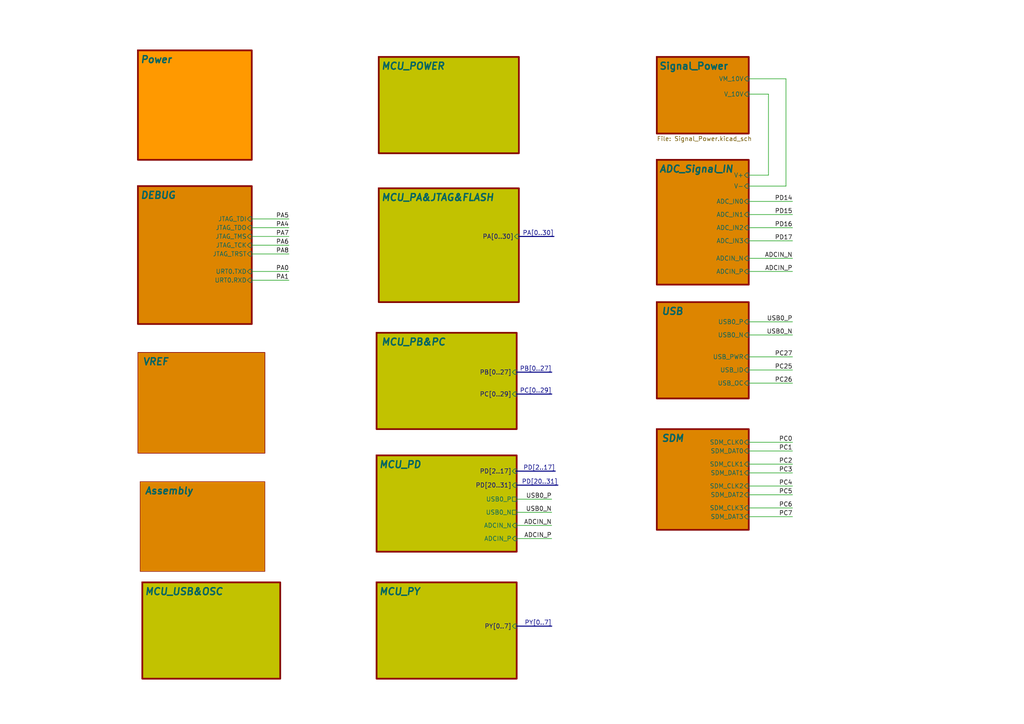
<source format=kicad_sch>
(kicad_sch (version 20230121) (generator eeschema)
  (paper "A4")
  (title_block (title "HPM600EVK_RevA") (date "2024-02-12") (rev "RevA") (comment 1 "MAINENTRY"))
  (lib_symbols)
  (wire (pts (xy 217.17 62.23) (xy 229.87 62.23)))
  (wire (pts (xy 217.17 103.505) (xy 229.87 103.505)))
  (wire (pts (xy 149.86 156.21) (xy 160.02 156.21)))
  (wire (pts (xy 227.965 22.86) (xy 217.17 22.86)))
  (wire (pts (xy 217.17 69.85) (xy 229.87 69.85)))
  (wire (pts (xy 217.17 137.16) (xy 229.87 137.16)))
  (wire (pts (xy 217.17 134.62) (xy 229.87 134.62)))
  (wire (pts (xy 217.17 140.97) (xy 229.87 140.97)))
  (wire (pts (xy 217.17 130.81) (xy 229.87 130.81)))
  (wire (pts (xy 73.025 66.04) (xy 83.82 66.04)))
  (wire (pts (xy 73.025 63.5) (xy 83.82 63.5)))
  (wire (pts (xy 73.025 78.74) (xy 83.82 78.74)))
  (wire (pts (xy 217.17 78.74) (xy 229.87 78.74)))
  (wire (pts (xy 217.17 74.93) (xy 229.87 74.93)))
  (wire (pts (xy 73.025 68.58) (xy 83.82 68.58)))
  (wire (pts (xy 217.17 143.51) (xy 229.87 143.51)))
  (bus (pts (xy 149.86 107.95) (xy 160.02 107.95)))
  (wire (pts (xy 217.17 27.305) (xy 222.885 27.305)))
  (wire (pts (xy 149.86 144.78) (xy 160.02 144.78)))
  (wire (pts (xy 73.025 73.66) (xy 83.82 73.66)))
  (wire (pts (xy 217.17 111.125) (xy 229.87 111.125)))
  (wire (pts (xy 217.17 149.86) (xy 229.87 149.86)))
  (wire (pts (xy 217.17 147.32) (xy 229.87 147.32)))
  (wire (pts (xy 217.17 58.42) (xy 229.87 58.42)))
  (bus (pts (xy 149.86 140.716) (xy 161.798 140.716)))
  (bus (pts (xy 150.495 68.58) (xy 160.655 68.58)))
  (wire (pts (xy 217.17 66.04) (xy 229.87 66.04)))
  (wire (pts (xy 222.885 50.8) (xy 217.17 50.8)))
  (wire (pts (xy 73.025 81.28) (xy 83.82 81.28)))
  (wire (pts (xy 227.965 53.975) (xy 227.965 22.86)))
  (wire (pts (xy 217.17 107.315) (xy 229.87 107.315)))
  (wire (pts (xy 229.87 93.345) (xy 217.17 93.345)))
  (wire (pts (xy 222.885 27.305) (xy 222.885 50.8)))
  (wire (pts (xy 149.86 152.4) (xy 160.02 152.4)))
  (wire (pts (xy 149.86 148.59) (xy 160.02 148.59)))
  (wire (pts (xy 217.17 53.975) (xy 227.965 53.975)))
  (wire (pts (xy 229.87 97.155) (xy 217.17 97.155)))
  (bus (pts (xy 149.86 181.61) (xy 160.02 181.61)))
  (wire (pts (xy 217.17 128.27) (xy 229.87 128.27)))
  (bus (pts (xy 149.606 136.652) (xy 161.036 136.652)))
  (bus (pts (xy 149.86 114.3) (xy 160.02 114.3)))
  (wire (pts (xy 73.025 71.12) (xy 83.82 71.12)))
  (label "PC6" (at 229.87 147.32 180))
  (label "PD14" (at 229.87 58.42 180))
  (label "PD17" (at 229.87 69.85 180))
  (label "USB0_N" (at 229.87 97.155 180))
  (label "PA7" (at 83.82 68.58 180))
  (label "PC26" (at 229.87 111.125 180))
  (label "PC[0..29]" (at 160.02 114.3 180))
  (label "PA6" (at 83.82 71.12 180))
  (label "PD15" (at 229.87 62.23 180))
  (label "PA1" (at 83.82 81.28 180))
  (label "PC3" (at 229.87 137.16 180))
  (label "PB[0..27]" (at 160.02 107.95 180))
  (label "ADCIN_N" (at 160.02 152.4 180))
  (label "PD[20..31]" (at 161.798 140.716 180))
  (label "PA[0..30]" (at 160.655 68.58 180))
  (label "PA8" (at 83.82 73.66 180))
  (label "ADCIN_P" (at 229.87 78.74 180))
  (label "PD16" (at 229.87 66.04 180))
  (label "PC5" (at 229.87 143.51 180))
  (label "PC4" (at 229.87 140.97 180))
  (label "PC27" (at 229.87 103.505 180))
  (label "PC1" (at 229.87 130.81 180))
  (label "PC25" (at 229.87 107.315 180))
  (label "ADCIN_P" (at 160.02 156.21 180))
  (label "PY[0..7]" (at 160.02 181.61 180))
  (label "PC2" (at 229.87 134.62 180))
  (label "PA4" (at 83.82 66.04 180))
  (label "PC7" (at 229.87 149.86 180))
  (label "USB0_P" (at 229.87 93.345 180))
  (label "USB0_P" (at 160.02 144.78 180))
  (label "ADCIN_N" (at 229.87 74.93 180))
  (label "PA5" (at 83.82 63.5 180))
  (label "PC0" (at 229.87 128.27 180))
  (label "PD[2..17]" (at 161.036 136.652 180))
  (label "PA0" (at 83.82 78.74 180))
  (label "USB0_N" (at 160.02 148.59 180))
  (sheet (at 40.64 139.7) (size 36.195 26.035) (stroke (width 0.1524)) (fill (color 221 133 0 1.0000))
    (property "Sheetname" "Assembly" (at 41.91 143.51 0) (effects (font (size 2 2) bold italic) (justify left bottom)))
    (property "Sheetfile" "Assembly.kicad_sch" (effects hide))
  )
  (sheet (at 190.5 87.63) (size 26.67 27.94) (stroke (width 0.5)) (fill (color 221 133 0 1.0000))
    (property "Sheetname" "USB" (at 191.77 91.44 0) (effects (font (size 2 2) bold italic) (justify left bottom)))
    (property "Sheetfile" "USB.kicad_sch" (effects hide))
    (pin "USB_OC" input (at 217.17 111.125 0))
    (pin "USB0_P" input (at 217.17 93.345 0))
    (pin "USB0_N" input (at 217.17 97.155 0))
    (pin "USB_ID" input (at 217.17 107.315 0))
    (pin "USB_PWR" input (at 217.17 103.505 0))
  )
  (sheet (at 40.005 14.605) (size 33.02 31.75) (stroke (width 0.5)) (fill (color 255 153 0 1.0000))
    (property "Sheetname" "Power" (at 40.64 18.415 0) (effects (font (size 2 2) bold italic) (justify left bottom)))
    (property "Sheetfile" "Power.kicad_sch" (effects hide))
  )
  (sheet (at 109.855 16.51) (size 40.64 27.94) (stroke (width 0.5)) (fill (color 194 194 0 1.0000))
    (property "Sheetname" "MCU_POWER" (at 110.49 20.32 0) (effects (font (size 2 2) bold italic) (justify left bottom)))
    (property "Sheetfile" "MCU_POWER.kicad_sch" (effects hide))
  )
  (sheet (at 109.22 168.91) (size 40.64 27.94) (stroke (width 0.5)) (fill (color 194 194 0 1.0000))
    (property "Sheetname" "MCU_PY" (at 109.855 172.72 0) (effects (font (size 2 2) bold italic) (justify left bottom)))
    (property "Sheetfile" "MCU_PY.kicad_sch" (effects hide))
    (pin "PY[0..7]" input (at 149.86 181.61 0))
  )
  (sheet (at 109.855 54.61) (size 40.64 33.02) (stroke (width 0.5)) (fill (color 194 194 0 1.0000))
    (property "Sheetname" "MCU_PA&JTAG&FLASH" (at 110.49 58.42 0) (effects (font (size 2 2) bold italic) (justify left bottom)))
    (property "Sheetfile" "MCU_PA&JTAG&FLASH.kicad_sch" (effects hide))
    (pin "PA[0..30]" input (at 150.495 68.58 0))
  )
  (sheet (at 40.005 102.235) (size 36.83 29.21) (stroke (width 0.2)) (fill (color 221 133 0 1.0000))
    (property "Sheetname" "VREF" (at 41.275 106.045 0) (effects (font (size 2 2) bold italic) (justify left bottom)))
    (property "Sheetfile" "VREF.kicad_sch" (effects hide))
  )
  (sheet (at 190.5 124.46) (size 26.67 29.21) (stroke (width 0.5)) (fill (color 221 133 0 1.0000))
    (property "Sheetname" "SDM" (at 191.77 128.27 0) (effects (font (size 2 2) bold italic) (justify left bottom)))
    (property "Sheetfile" "SDM.kicad_sch" (effects hide))
    (pin "SDM_CLK0" input (at 217.17 128.27 0))
    (pin "SDM_CLK3" input (at 217.17 147.32 0))
    (pin "SDM_CLK1" input (at 217.17 134.62 0))
    (pin "SDM_CLK2" input (at 217.17 140.97 0))
    (pin "SDM_DAT1" input (at 217.17 137.16 0))
    (pin "SDM_DAT2" input (at 217.17 143.51 0))
    (pin "SDM_DAT3" input (at 217.17 149.86 0))
    (pin "SDM_DAT0" input (at 217.17 130.81 0))
  )
  (sheet (at 40.005 53.975) (size 33.02 40.005) (stroke (width 0.5)) (fill (color 221 133 0 1.0000))
    (property "Sheetname" "DEBUG" (at 40.64 57.785 0) (effects (font (size 2 2) bold italic) (justify left bottom)))
    (property "Sheetfile" "DEBUG.kicad_sch" (effects hide))
    (pin "JTAG_TRST" input (at 73.025 73.66 0))
    (pin "JTAG_TCK" input (at 73.025 71.12 0))
    (pin "JTAG_TMS" input (at 73.025 68.58 0))
    (pin "JTAG_TDO" input (at 73.025 66.04 0))
    (pin "JTAG_TDI" input (at 73.025 63.5 0))
    (pin "URT0.TXD" input (at 73.025 78.74 0))
    (pin "URT0.RXD" input (at 73.025 81.28 0))
  )
  (sheet (at 190.5 16.51) (size 26.67 22.225) (stroke (width 0.5)) (fill (color 221 133 0 1.0000))
    (property "Sheetname" "Signal_Power" (at 191.135 20.32 0) (effects (font (size 2 2) bold) (justify left bottom)))
    (property "Sheetfile" "Signal_Power.kicad_sch" (at 190.5 39.4934 0) (effects (justify left top)))
    (pin "V_10V" input (at 217.17 27.305 0))
    (pin "VM_10V" input (at 217.17 22.86 0))
  )
  (sheet (at 41.275 168.91) (size 40.005 27.94) (stroke (width 0.5)) (fill (color 194 194 0 1.0000))
    (property "Sheetname" "MCU_USB&OSC" (at 41.91 172.72 0) (effects (font (size 2 2) bold italic) (justify left bottom)))
    (property "Sheetfile" "MCU_USB&OSC.kicad_sch" (effects hide))
  )
  (sheet (at 109.22 132.08) (size 40.64 27.94) (stroke (width 0.5)) (fill (color 194 194 0 1.0000))
    (property "Sheetname" "MCU_PD" (at 109.855 135.89 0) (effects (font (size 2 2) bold italic) (justify left bottom)))
    (property "Sheetfile" "MCU_PD.kicad_sch" (effects hide))
    (pin "USB0_P" passive (at 149.86 144.78 0))
    (pin "USB0_N" passive (at 149.86 148.59 0))
    (pin "PD[2..17]" input (at 149.86 136.652 0))
    (pin "ADCIN_N" input (at 149.86 152.4 0))
    (pin "ADCIN_P" input (at 149.86 156.21 0))
    (pin "PD[20..31]" input (at 149.86 140.716 0))
  )
  (sheet (at 190.5 46.355) (size 26.67 36.195) (stroke (width 0.5)) (fill (color 221 133 0 1.0000))
    (property "Sheetname" "ADC_Signal_IN" (at 191.135 50.165 0) (effects (font (size 2 2) bold italic) (justify left bottom)))
    (property "Sheetfile" "ADC_Signal.kicad_sch" (effects hide))
    (pin "ADC_IN0" input (at 217.17 58.42 0))
    (pin "ADC_IN1" input (at 217.17 62.23 0))
    (pin "ADC_IN2" input (at 217.17 66.04 0))
    (pin "ADC_IN3" input (at 217.17 69.85 0))
    (pin "V+" input (at 217.17 50.8 0))
    (pin "V-" input (at 217.17 53.975 0))
    (pin "ADCIN_N" input (at 217.17 74.93 0))
    (pin "ADCIN_P" input (at 217.17 78.74 0))
  )
  (sheet (at 109.22 96.52) (size 40.64 27.94) (stroke (width 0.5)) (fill (color 194 194 0 1.0000))
    (property "Sheetname" "MCU_PB&PC" (at 110.49 100.33 0) (effects (font (size 2 2) bold italic) (justify left bottom)))
    (property "Sheetfile" "MCU_PB&PC.kicad_sch" (effects hide))
    (pin "PC[0..29]" input (at 149.86 114.3 0))
    (pin "PB[0..27]" input (at 149.86 107.95 0))
  )
)
</source>
